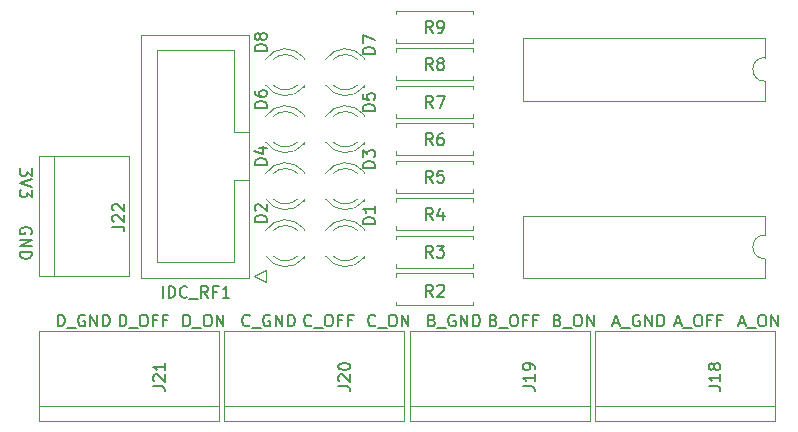
<source format=gbr>
%TF.GenerationSoftware,KiCad,Pcbnew,7.0.6*%
%TF.CreationDate,2023-09-19T17:21:49+08:00*%
%TF.ProjectId,ControlPanel_RF_Breakout,436f6e74-726f-46c5-9061-6e656c5f5246,0*%
%TF.SameCoordinates,Original*%
%TF.FileFunction,Legend,Top*%
%TF.FilePolarity,Positive*%
%FSLAX46Y46*%
G04 Gerber Fmt 4.6, Leading zero omitted, Abs format (unit mm)*
G04 Created by KiCad (PCBNEW 7.0.6) date 2023-09-19 17:21:49*
%MOMM*%
%LPD*%
G01*
G04 APERTURE LIST*
%ADD10C,0.150000*%
%ADD11C,0.120000*%
G04 APERTURE END LIST*
D10*
X53147817Y-28858104D02*
X53624007Y-28858104D01*
X53052579Y-29143819D02*
X53385912Y-28143819D01*
X53385912Y-28143819D02*
X53719245Y-29143819D01*
X53814484Y-29239057D02*
X54576388Y-29239057D01*
X55004960Y-28143819D02*
X55195436Y-28143819D01*
X55195436Y-28143819D02*
X55290674Y-28191438D01*
X55290674Y-28191438D02*
X55385912Y-28286676D01*
X55385912Y-28286676D02*
X55433531Y-28477152D01*
X55433531Y-28477152D02*
X55433531Y-28810485D01*
X55433531Y-28810485D02*
X55385912Y-29000961D01*
X55385912Y-29000961D02*
X55290674Y-29096200D01*
X55290674Y-29096200D02*
X55195436Y-29143819D01*
X55195436Y-29143819D02*
X55004960Y-29143819D01*
X55004960Y-29143819D02*
X54909722Y-29096200D01*
X54909722Y-29096200D02*
X54814484Y-29000961D01*
X54814484Y-29000961D02*
X54766865Y-28810485D01*
X54766865Y-28810485D02*
X54766865Y-28477152D01*
X54766865Y-28477152D02*
X54814484Y-28286676D01*
X54814484Y-28286676D02*
X54909722Y-28191438D01*
X54909722Y-28191438D02*
X55004960Y-28143819D01*
X55862103Y-29143819D02*
X55862103Y-28143819D01*
X55862103Y-28143819D02*
X56433531Y-29143819D01*
X56433531Y-29143819D02*
X56433531Y-28143819D01*
X22347435Y-29048580D02*
X22299816Y-29096200D01*
X22299816Y-29096200D02*
X22156959Y-29143819D01*
X22156959Y-29143819D02*
X22061721Y-29143819D01*
X22061721Y-29143819D02*
X21918864Y-29096200D01*
X21918864Y-29096200D02*
X21823626Y-29000961D01*
X21823626Y-29000961D02*
X21776007Y-28905723D01*
X21776007Y-28905723D02*
X21728388Y-28715247D01*
X21728388Y-28715247D02*
X21728388Y-28572390D01*
X21728388Y-28572390D02*
X21776007Y-28381914D01*
X21776007Y-28381914D02*
X21823626Y-28286676D01*
X21823626Y-28286676D02*
X21918864Y-28191438D01*
X21918864Y-28191438D02*
X22061721Y-28143819D01*
X22061721Y-28143819D02*
X22156959Y-28143819D01*
X22156959Y-28143819D02*
X22299816Y-28191438D01*
X22299816Y-28191438D02*
X22347435Y-28239057D01*
X22537912Y-29239057D02*
X23299816Y-29239057D01*
X23728388Y-28143819D02*
X23918864Y-28143819D01*
X23918864Y-28143819D02*
X24014102Y-28191438D01*
X24014102Y-28191438D02*
X24109340Y-28286676D01*
X24109340Y-28286676D02*
X24156959Y-28477152D01*
X24156959Y-28477152D02*
X24156959Y-28810485D01*
X24156959Y-28810485D02*
X24109340Y-29000961D01*
X24109340Y-29000961D02*
X24014102Y-29096200D01*
X24014102Y-29096200D02*
X23918864Y-29143819D01*
X23918864Y-29143819D02*
X23728388Y-29143819D01*
X23728388Y-29143819D02*
X23633150Y-29096200D01*
X23633150Y-29096200D02*
X23537912Y-29000961D01*
X23537912Y-29000961D02*
X23490293Y-28810485D01*
X23490293Y-28810485D02*
X23490293Y-28477152D01*
X23490293Y-28477152D02*
X23537912Y-28286676D01*
X23537912Y-28286676D02*
X23633150Y-28191438D01*
X23633150Y-28191438D02*
X23728388Y-28143819D01*
X24585531Y-29143819D02*
X24585531Y-28143819D01*
X24585531Y-28143819D02*
X25156959Y-29143819D01*
X25156959Y-29143819D02*
X25156959Y-28143819D01*
X-4529782Y-29143819D02*
X-4529782Y-28143819D01*
X-4529782Y-28143819D02*
X-4291687Y-28143819D01*
X-4291687Y-28143819D02*
X-4148830Y-28191438D01*
X-4148830Y-28191438D02*
X-4053592Y-28286676D01*
X-4053592Y-28286676D02*
X-4005973Y-28381914D01*
X-4005973Y-28381914D02*
X-3958354Y-28572390D01*
X-3958354Y-28572390D02*
X-3958354Y-28715247D01*
X-3958354Y-28715247D02*
X-4005973Y-28905723D01*
X-4005973Y-28905723D02*
X-4053592Y-29000961D01*
X-4053592Y-29000961D02*
X-4148830Y-29096200D01*
X-4148830Y-29096200D02*
X-4291687Y-29143819D01*
X-4291687Y-29143819D02*
X-4529782Y-29143819D01*
X-3767878Y-29239057D02*
X-3005973Y-29239057D01*
X-2244068Y-28191438D02*
X-2339306Y-28143819D01*
X-2339306Y-28143819D02*
X-2482163Y-28143819D01*
X-2482163Y-28143819D02*
X-2625020Y-28191438D01*
X-2625020Y-28191438D02*
X-2720258Y-28286676D01*
X-2720258Y-28286676D02*
X-2767877Y-28381914D01*
X-2767877Y-28381914D02*
X-2815496Y-28572390D01*
X-2815496Y-28572390D02*
X-2815496Y-28715247D01*
X-2815496Y-28715247D02*
X-2767877Y-28905723D01*
X-2767877Y-28905723D02*
X-2720258Y-29000961D01*
X-2720258Y-29000961D02*
X-2625020Y-29096200D01*
X-2625020Y-29096200D02*
X-2482163Y-29143819D01*
X-2482163Y-29143819D02*
X-2386925Y-29143819D01*
X-2386925Y-29143819D02*
X-2244068Y-29096200D01*
X-2244068Y-29096200D02*
X-2196449Y-29048580D01*
X-2196449Y-29048580D02*
X-2196449Y-28715247D01*
X-2196449Y-28715247D02*
X-2386925Y-28715247D01*
X-1767877Y-29143819D02*
X-1767877Y-28143819D01*
X-1767877Y-28143819D02*
X-1196449Y-29143819D01*
X-1196449Y-29143819D02*
X-1196449Y-28143819D01*
X-720258Y-29143819D02*
X-720258Y-28143819D01*
X-720258Y-28143819D02*
X-482163Y-28143819D01*
X-482163Y-28143819D02*
X-339306Y-28191438D01*
X-339306Y-28191438D02*
X-244068Y-28286676D01*
X-244068Y-28286676D02*
X-196449Y-28381914D01*
X-196449Y-28381914D02*
X-148830Y-28572390D01*
X-148830Y-28572390D02*
X-148830Y-28715247D01*
X-148830Y-28715247D02*
X-196449Y-28905723D01*
X-196449Y-28905723D02*
X-244068Y-29000961D01*
X-244068Y-29000961D02*
X-339306Y-29096200D01*
X-339306Y-29096200D02*
X-482163Y-29143819D01*
X-482163Y-29143819D02*
X-720258Y-29143819D01*
X11711245Y-29048580D02*
X11663626Y-29096200D01*
X11663626Y-29096200D02*
X11520769Y-29143819D01*
X11520769Y-29143819D02*
X11425531Y-29143819D01*
X11425531Y-29143819D02*
X11282674Y-29096200D01*
X11282674Y-29096200D02*
X11187436Y-29000961D01*
X11187436Y-29000961D02*
X11139817Y-28905723D01*
X11139817Y-28905723D02*
X11092198Y-28715247D01*
X11092198Y-28715247D02*
X11092198Y-28572390D01*
X11092198Y-28572390D02*
X11139817Y-28381914D01*
X11139817Y-28381914D02*
X11187436Y-28286676D01*
X11187436Y-28286676D02*
X11282674Y-28191438D01*
X11282674Y-28191438D02*
X11425531Y-28143819D01*
X11425531Y-28143819D02*
X11520769Y-28143819D01*
X11520769Y-28143819D02*
X11663626Y-28191438D01*
X11663626Y-28191438D02*
X11711245Y-28239057D01*
X11901722Y-29239057D02*
X12663626Y-29239057D01*
X13425531Y-28191438D02*
X13330293Y-28143819D01*
X13330293Y-28143819D02*
X13187436Y-28143819D01*
X13187436Y-28143819D02*
X13044579Y-28191438D01*
X13044579Y-28191438D02*
X12949341Y-28286676D01*
X12949341Y-28286676D02*
X12901722Y-28381914D01*
X12901722Y-28381914D02*
X12854103Y-28572390D01*
X12854103Y-28572390D02*
X12854103Y-28715247D01*
X12854103Y-28715247D02*
X12901722Y-28905723D01*
X12901722Y-28905723D02*
X12949341Y-29000961D01*
X12949341Y-29000961D02*
X13044579Y-29096200D01*
X13044579Y-29096200D02*
X13187436Y-29143819D01*
X13187436Y-29143819D02*
X13282674Y-29143819D01*
X13282674Y-29143819D02*
X13425531Y-29096200D01*
X13425531Y-29096200D02*
X13473150Y-29048580D01*
X13473150Y-29048580D02*
X13473150Y-28715247D01*
X13473150Y-28715247D02*
X13282674Y-28715247D01*
X13901722Y-29143819D02*
X13901722Y-28143819D01*
X13901722Y-28143819D02*
X14473150Y-29143819D01*
X14473150Y-29143819D02*
X14473150Y-28143819D01*
X14949341Y-29143819D02*
X14949341Y-28143819D01*
X14949341Y-28143819D02*
X15187436Y-28143819D01*
X15187436Y-28143819D02*
X15330293Y-28191438D01*
X15330293Y-28191438D02*
X15425531Y-28286676D01*
X15425531Y-28286676D02*
X15473150Y-28381914D01*
X15473150Y-28381914D02*
X15520769Y-28572390D01*
X15520769Y-28572390D02*
X15520769Y-28715247D01*
X15520769Y-28715247D02*
X15473150Y-28905723D01*
X15473150Y-28905723D02*
X15425531Y-29000961D01*
X15425531Y-29000961D02*
X15330293Y-29096200D01*
X15330293Y-29096200D02*
X15187436Y-29143819D01*
X15187436Y-29143819D02*
X14949341Y-29143819D01*
X693074Y-29143819D02*
X693074Y-28143819D01*
X693074Y-28143819D02*
X931169Y-28143819D01*
X931169Y-28143819D02*
X1074026Y-28191438D01*
X1074026Y-28191438D02*
X1169264Y-28286676D01*
X1169264Y-28286676D02*
X1216883Y-28381914D01*
X1216883Y-28381914D02*
X1264502Y-28572390D01*
X1264502Y-28572390D02*
X1264502Y-28715247D01*
X1264502Y-28715247D02*
X1216883Y-28905723D01*
X1216883Y-28905723D02*
X1169264Y-29000961D01*
X1169264Y-29000961D02*
X1074026Y-29096200D01*
X1074026Y-29096200D02*
X931169Y-29143819D01*
X931169Y-29143819D02*
X693074Y-29143819D01*
X1454979Y-29239057D02*
X2216883Y-29239057D01*
X2645455Y-28143819D02*
X2835931Y-28143819D01*
X2835931Y-28143819D02*
X2931169Y-28191438D01*
X2931169Y-28191438D02*
X3026407Y-28286676D01*
X3026407Y-28286676D02*
X3074026Y-28477152D01*
X3074026Y-28477152D02*
X3074026Y-28810485D01*
X3074026Y-28810485D02*
X3026407Y-29000961D01*
X3026407Y-29000961D02*
X2931169Y-29096200D01*
X2931169Y-29096200D02*
X2835931Y-29143819D01*
X2835931Y-29143819D02*
X2645455Y-29143819D01*
X2645455Y-29143819D02*
X2550217Y-29096200D01*
X2550217Y-29096200D02*
X2454979Y-29000961D01*
X2454979Y-29000961D02*
X2407360Y-28810485D01*
X2407360Y-28810485D02*
X2407360Y-28477152D01*
X2407360Y-28477152D02*
X2454979Y-28286676D01*
X2454979Y-28286676D02*
X2550217Y-28191438D01*
X2550217Y-28191438D02*
X2645455Y-28143819D01*
X3835931Y-28620009D02*
X3502598Y-28620009D01*
X3502598Y-29143819D02*
X3502598Y-28143819D01*
X3502598Y-28143819D02*
X3978788Y-28143819D01*
X4693074Y-28620009D02*
X4359741Y-28620009D01*
X4359741Y-29143819D02*
X4359741Y-28143819D01*
X4359741Y-28143819D02*
X4835931Y-28143819D01*
X42511626Y-28858104D02*
X42987816Y-28858104D01*
X42416388Y-29143819D02*
X42749721Y-28143819D01*
X42749721Y-28143819D02*
X43083054Y-29143819D01*
X43178293Y-29239057D02*
X43940197Y-29239057D01*
X44702102Y-28191438D02*
X44606864Y-28143819D01*
X44606864Y-28143819D02*
X44464007Y-28143819D01*
X44464007Y-28143819D02*
X44321150Y-28191438D01*
X44321150Y-28191438D02*
X44225912Y-28286676D01*
X44225912Y-28286676D02*
X44178293Y-28381914D01*
X44178293Y-28381914D02*
X44130674Y-28572390D01*
X44130674Y-28572390D02*
X44130674Y-28715247D01*
X44130674Y-28715247D02*
X44178293Y-28905723D01*
X44178293Y-28905723D02*
X44225912Y-29000961D01*
X44225912Y-29000961D02*
X44321150Y-29096200D01*
X44321150Y-29096200D02*
X44464007Y-29143819D01*
X44464007Y-29143819D02*
X44559245Y-29143819D01*
X44559245Y-29143819D02*
X44702102Y-29096200D01*
X44702102Y-29096200D02*
X44749721Y-29048580D01*
X44749721Y-29048580D02*
X44749721Y-28715247D01*
X44749721Y-28715247D02*
X44559245Y-28715247D01*
X45178293Y-29143819D02*
X45178293Y-28143819D01*
X45178293Y-28143819D02*
X45749721Y-29143819D01*
X45749721Y-29143819D02*
X45749721Y-28143819D01*
X46225912Y-29143819D02*
X46225912Y-28143819D01*
X46225912Y-28143819D02*
X46464007Y-28143819D01*
X46464007Y-28143819D02*
X46606864Y-28191438D01*
X46606864Y-28191438D02*
X46702102Y-28286676D01*
X46702102Y-28286676D02*
X46749721Y-28381914D01*
X46749721Y-28381914D02*
X46797340Y-28572390D01*
X46797340Y-28572390D02*
X46797340Y-28715247D01*
X46797340Y-28715247D02*
X46749721Y-28905723D01*
X46749721Y-28905723D02*
X46702102Y-29000961D01*
X46702102Y-29000961D02*
X46606864Y-29096200D01*
X46606864Y-29096200D02*
X46464007Y-29143819D01*
X46464007Y-29143819D02*
X46225912Y-29143819D01*
X16934102Y-29048580D02*
X16886483Y-29096200D01*
X16886483Y-29096200D02*
X16743626Y-29143819D01*
X16743626Y-29143819D02*
X16648388Y-29143819D01*
X16648388Y-29143819D02*
X16505531Y-29096200D01*
X16505531Y-29096200D02*
X16410293Y-29000961D01*
X16410293Y-29000961D02*
X16362674Y-28905723D01*
X16362674Y-28905723D02*
X16315055Y-28715247D01*
X16315055Y-28715247D02*
X16315055Y-28572390D01*
X16315055Y-28572390D02*
X16362674Y-28381914D01*
X16362674Y-28381914D02*
X16410293Y-28286676D01*
X16410293Y-28286676D02*
X16505531Y-28191438D01*
X16505531Y-28191438D02*
X16648388Y-28143819D01*
X16648388Y-28143819D02*
X16743626Y-28143819D01*
X16743626Y-28143819D02*
X16886483Y-28191438D01*
X16886483Y-28191438D02*
X16934102Y-28239057D01*
X17124579Y-29239057D02*
X17886483Y-29239057D01*
X18315055Y-28143819D02*
X18505531Y-28143819D01*
X18505531Y-28143819D02*
X18600769Y-28191438D01*
X18600769Y-28191438D02*
X18696007Y-28286676D01*
X18696007Y-28286676D02*
X18743626Y-28477152D01*
X18743626Y-28477152D02*
X18743626Y-28810485D01*
X18743626Y-28810485D02*
X18696007Y-29000961D01*
X18696007Y-29000961D02*
X18600769Y-29096200D01*
X18600769Y-29096200D02*
X18505531Y-29143819D01*
X18505531Y-29143819D02*
X18315055Y-29143819D01*
X18315055Y-29143819D02*
X18219817Y-29096200D01*
X18219817Y-29096200D02*
X18124579Y-29000961D01*
X18124579Y-29000961D02*
X18076960Y-28810485D01*
X18076960Y-28810485D02*
X18076960Y-28477152D01*
X18076960Y-28477152D02*
X18124579Y-28286676D01*
X18124579Y-28286676D02*
X18219817Y-28191438D01*
X18219817Y-28191438D02*
X18315055Y-28143819D01*
X19505531Y-28620009D02*
X19172198Y-28620009D01*
X19172198Y-29143819D02*
X19172198Y-28143819D01*
X19172198Y-28143819D02*
X19648388Y-28143819D01*
X20362674Y-28620009D02*
X20029341Y-28620009D01*
X20029341Y-29143819D02*
X20029341Y-28143819D01*
X20029341Y-28143819D02*
X20505531Y-28143819D01*
X32367807Y-28620009D02*
X32510664Y-28667628D01*
X32510664Y-28667628D02*
X32558283Y-28715247D01*
X32558283Y-28715247D02*
X32605902Y-28810485D01*
X32605902Y-28810485D02*
X32605902Y-28953342D01*
X32605902Y-28953342D02*
X32558283Y-29048580D01*
X32558283Y-29048580D02*
X32510664Y-29096200D01*
X32510664Y-29096200D02*
X32415426Y-29143819D01*
X32415426Y-29143819D02*
X32034474Y-29143819D01*
X32034474Y-29143819D02*
X32034474Y-28143819D01*
X32034474Y-28143819D02*
X32367807Y-28143819D01*
X32367807Y-28143819D02*
X32463045Y-28191438D01*
X32463045Y-28191438D02*
X32510664Y-28239057D01*
X32510664Y-28239057D02*
X32558283Y-28334295D01*
X32558283Y-28334295D02*
X32558283Y-28429533D01*
X32558283Y-28429533D02*
X32510664Y-28524771D01*
X32510664Y-28524771D02*
X32463045Y-28572390D01*
X32463045Y-28572390D02*
X32367807Y-28620009D01*
X32367807Y-28620009D02*
X32034474Y-28620009D01*
X32796379Y-29239057D02*
X33558283Y-29239057D01*
X33986855Y-28143819D02*
X34177331Y-28143819D01*
X34177331Y-28143819D02*
X34272569Y-28191438D01*
X34272569Y-28191438D02*
X34367807Y-28286676D01*
X34367807Y-28286676D02*
X34415426Y-28477152D01*
X34415426Y-28477152D02*
X34415426Y-28810485D01*
X34415426Y-28810485D02*
X34367807Y-29000961D01*
X34367807Y-29000961D02*
X34272569Y-29096200D01*
X34272569Y-29096200D02*
X34177331Y-29143819D01*
X34177331Y-29143819D02*
X33986855Y-29143819D01*
X33986855Y-29143819D02*
X33891617Y-29096200D01*
X33891617Y-29096200D02*
X33796379Y-29000961D01*
X33796379Y-29000961D02*
X33748760Y-28810485D01*
X33748760Y-28810485D02*
X33748760Y-28477152D01*
X33748760Y-28477152D02*
X33796379Y-28286676D01*
X33796379Y-28286676D02*
X33891617Y-28191438D01*
X33891617Y-28191438D02*
X33986855Y-28143819D01*
X35177331Y-28620009D02*
X34843998Y-28620009D01*
X34843998Y-29143819D02*
X34843998Y-28143819D01*
X34843998Y-28143819D02*
X35320188Y-28143819D01*
X36034474Y-28620009D02*
X35701141Y-28620009D01*
X35701141Y-29143819D02*
X35701141Y-28143819D01*
X35701141Y-28143819D02*
X36177331Y-28143819D01*
X47734483Y-28858104D02*
X48210673Y-28858104D01*
X47639245Y-29143819D02*
X47972578Y-28143819D01*
X47972578Y-28143819D02*
X48305911Y-29143819D01*
X48401150Y-29239057D02*
X49163054Y-29239057D01*
X49591626Y-28143819D02*
X49782102Y-28143819D01*
X49782102Y-28143819D02*
X49877340Y-28191438D01*
X49877340Y-28191438D02*
X49972578Y-28286676D01*
X49972578Y-28286676D02*
X50020197Y-28477152D01*
X50020197Y-28477152D02*
X50020197Y-28810485D01*
X50020197Y-28810485D02*
X49972578Y-29000961D01*
X49972578Y-29000961D02*
X49877340Y-29096200D01*
X49877340Y-29096200D02*
X49782102Y-29143819D01*
X49782102Y-29143819D02*
X49591626Y-29143819D01*
X49591626Y-29143819D02*
X49496388Y-29096200D01*
X49496388Y-29096200D02*
X49401150Y-29000961D01*
X49401150Y-29000961D02*
X49353531Y-28810485D01*
X49353531Y-28810485D02*
X49353531Y-28477152D01*
X49353531Y-28477152D02*
X49401150Y-28286676D01*
X49401150Y-28286676D02*
X49496388Y-28191438D01*
X49496388Y-28191438D02*
X49591626Y-28143819D01*
X50782102Y-28620009D02*
X50448769Y-28620009D01*
X50448769Y-29143819D02*
X50448769Y-28143819D01*
X50448769Y-28143819D02*
X50924959Y-28143819D01*
X51639245Y-28620009D02*
X51305912Y-28620009D01*
X51305912Y-29143819D02*
X51305912Y-28143819D01*
X51305912Y-28143819D02*
X51782102Y-28143819D01*
X37781140Y-28620009D02*
X37923997Y-28667628D01*
X37923997Y-28667628D02*
X37971616Y-28715247D01*
X37971616Y-28715247D02*
X38019235Y-28810485D01*
X38019235Y-28810485D02*
X38019235Y-28953342D01*
X38019235Y-28953342D02*
X37971616Y-29048580D01*
X37971616Y-29048580D02*
X37923997Y-29096200D01*
X37923997Y-29096200D02*
X37828759Y-29143819D01*
X37828759Y-29143819D02*
X37447807Y-29143819D01*
X37447807Y-29143819D02*
X37447807Y-28143819D01*
X37447807Y-28143819D02*
X37781140Y-28143819D01*
X37781140Y-28143819D02*
X37876378Y-28191438D01*
X37876378Y-28191438D02*
X37923997Y-28239057D01*
X37923997Y-28239057D02*
X37971616Y-28334295D01*
X37971616Y-28334295D02*
X37971616Y-28429533D01*
X37971616Y-28429533D02*
X37923997Y-28524771D01*
X37923997Y-28524771D02*
X37876378Y-28572390D01*
X37876378Y-28572390D02*
X37781140Y-28620009D01*
X37781140Y-28620009D02*
X37447807Y-28620009D01*
X38209712Y-29239057D02*
X38971616Y-29239057D01*
X39400188Y-28143819D02*
X39590664Y-28143819D01*
X39590664Y-28143819D02*
X39685902Y-28191438D01*
X39685902Y-28191438D02*
X39781140Y-28286676D01*
X39781140Y-28286676D02*
X39828759Y-28477152D01*
X39828759Y-28477152D02*
X39828759Y-28810485D01*
X39828759Y-28810485D02*
X39781140Y-29000961D01*
X39781140Y-29000961D02*
X39685902Y-29096200D01*
X39685902Y-29096200D02*
X39590664Y-29143819D01*
X39590664Y-29143819D02*
X39400188Y-29143819D01*
X39400188Y-29143819D02*
X39304950Y-29096200D01*
X39304950Y-29096200D02*
X39209712Y-29000961D01*
X39209712Y-29000961D02*
X39162093Y-28810485D01*
X39162093Y-28810485D02*
X39162093Y-28477152D01*
X39162093Y-28477152D02*
X39209712Y-28286676D01*
X39209712Y-28286676D02*
X39304950Y-28191438D01*
X39304950Y-28191438D02*
X39400188Y-28143819D01*
X40257331Y-29143819D02*
X40257331Y-28143819D01*
X40257331Y-28143819D02*
X40828759Y-29143819D01*
X40828759Y-29143819D02*
X40828759Y-28143819D01*
X-6743819Y-15753589D02*
X-6743819Y-16372636D01*
X-6743819Y-16372636D02*
X-7124771Y-16039303D01*
X-7124771Y-16039303D02*
X-7124771Y-16182160D01*
X-7124771Y-16182160D02*
X-7172390Y-16277398D01*
X-7172390Y-16277398D02*
X-7220009Y-16325017D01*
X-7220009Y-16325017D02*
X-7315247Y-16372636D01*
X-7315247Y-16372636D02*
X-7553342Y-16372636D01*
X-7553342Y-16372636D02*
X-7648580Y-16325017D01*
X-7648580Y-16325017D02*
X-7696200Y-16277398D01*
X-7696200Y-16277398D02*
X-7743819Y-16182160D01*
X-7743819Y-16182160D02*
X-7743819Y-15896446D01*
X-7743819Y-15896446D02*
X-7696200Y-15801208D01*
X-7696200Y-15801208D02*
X-7648580Y-15753589D01*
X-6743819Y-16658351D02*
X-7743819Y-16991684D01*
X-7743819Y-16991684D02*
X-6743819Y-17325017D01*
X-6743819Y-17563113D02*
X-6743819Y-18182160D01*
X-6743819Y-18182160D02*
X-7124771Y-17848827D01*
X-7124771Y-17848827D02*
X-7124771Y-17991684D01*
X-7124771Y-17991684D02*
X-7172390Y-18086922D01*
X-7172390Y-18086922D02*
X-7220009Y-18134541D01*
X-7220009Y-18134541D02*
X-7315247Y-18182160D01*
X-7315247Y-18182160D02*
X-7553342Y-18182160D01*
X-7553342Y-18182160D02*
X-7648580Y-18134541D01*
X-7648580Y-18134541D02*
X-7696200Y-18086922D01*
X-7696200Y-18086922D02*
X-7743819Y-17991684D01*
X-7743819Y-17991684D02*
X-7743819Y-17705970D01*
X-7743819Y-17705970D02*
X-7696200Y-17610732D01*
X-7696200Y-17610732D02*
X-7648580Y-17563113D01*
X27144950Y-28620009D02*
X27287807Y-28667628D01*
X27287807Y-28667628D02*
X27335426Y-28715247D01*
X27335426Y-28715247D02*
X27383045Y-28810485D01*
X27383045Y-28810485D02*
X27383045Y-28953342D01*
X27383045Y-28953342D02*
X27335426Y-29048580D01*
X27335426Y-29048580D02*
X27287807Y-29096200D01*
X27287807Y-29096200D02*
X27192569Y-29143819D01*
X27192569Y-29143819D02*
X26811617Y-29143819D01*
X26811617Y-29143819D02*
X26811617Y-28143819D01*
X26811617Y-28143819D02*
X27144950Y-28143819D01*
X27144950Y-28143819D02*
X27240188Y-28191438D01*
X27240188Y-28191438D02*
X27287807Y-28239057D01*
X27287807Y-28239057D02*
X27335426Y-28334295D01*
X27335426Y-28334295D02*
X27335426Y-28429533D01*
X27335426Y-28429533D02*
X27287807Y-28524771D01*
X27287807Y-28524771D02*
X27240188Y-28572390D01*
X27240188Y-28572390D02*
X27144950Y-28620009D01*
X27144950Y-28620009D02*
X26811617Y-28620009D01*
X27573522Y-29239057D02*
X28335426Y-29239057D01*
X29097331Y-28191438D02*
X29002093Y-28143819D01*
X29002093Y-28143819D02*
X28859236Y-28143819D01*
X28859236Y-28143819D02*
X28716379Y-28191438D01*
X28716379Y-28191438D02*
X28621141Y-28286676D01*
X28621141Y-28286676D02*
X28573522Y-28381914D01*
X28573522Y-28381914D02*
X28525903Y-28572390D01*
X28525903Y-28572390D02*
X28525903Y-28715247D01*
X28525903Y-28715247D02*
X28573522Y-28905723D01*
X28573522Y-28905723D02*
X28621141Y-29000961D01*
X28621141Y-29000961D02*
X28716379Y-29096200D01*
X28716379Y-29096200D02*
X28859236Y-29143819D01*
X28859236Y-29143819D02*
X28954474Y-29143819D01*
X28954474Y-29143819D02*
X29097331Y-29096200D01*
X29097331Y-29096200D02*
X29144950Y-29048580D01*
X29144950Y-29048580D02*
X29144950Y-28715247D01*
X29144950Y-28715247D02*
X28954474Y-28715247D01*
X29573522Y-29143819D02*
X29573522Y-28143819D01*
X29573522Y-28143819D02*
X30144950Y-29143819D01*
X30144950Y-29143819D02*
X30144950Y-28143819D01*
X30621141Y-29143819D02*
X30621141Y-28143819D01*
X30621141Y-28143819D02*
X30859236Y-28143819D01*
X30859236Y-28143819D02*
X31002093Y-28191438D01*
X31002093Y-28191438D02*
X31097331Y-28286676D01*
X31097331Y-28286676D02*
X31144950Y-28381914D01*
X31144950Y-28381914D02*
X31192569Y-28572390D01*
X31192569Y-28572390D02*
X31192569Y-28715247D01*
X31192569Y-28715247D02*
X31144950Y-28905723D01*
X31144950Y-28905723D02*
X31097331Y-29000961D01*
X31097331Y-29000961D02*
X31002093Y-29096200D01*
X31002093Y-29096200D02*
X30859236Y-29143819D01*
X30859236Y-29143819D02*
X30621141Y-29143819D01*
X-6791438Y-21309779D02*
X-6743819Y-21214541D01*
X-6743819Y-21214541D02*
X-6743819Y-21071684D01*
X-6743819Y-21071684D02*
X-6791438Y-20928827D01*
X-6791438Y-20928827D02*
X-6886676Y-20833589D01*
X-6886676Y-20833589D02*
X-6981914Y-20785970D01*
X-6981914Y-20785970D02*
X-7172390Y-20738351D01*
X-7172390Y-20738351D02*
X-7315247Y-20738351D01*
X-7315247Y-20738351D02*
X-7505723Y-20785970D01*
X-7505723Y-20785970D02*
X-7600961Y-20833589D01*
X-7600961Y-20833589D02*
X-7696200Y-20928827D01*
X-7696200Y-20928827D02*
X-7743819Y-21071684D01*
X-7743819Y-21071684D02*
X-7743819Y-21166922D01*
X-7743819Y-21166922D02*
X-7696200Y-21309779D01*
X-7696200Y-21309779D02*
X-7648580Y-21357398D01*
X-7648580Y-21357398D02*
X-7315247Y-21357398D01*
X-7315247Y-21357398D02*
X-7315247Y-21166922D01*
X-7743819Y-21785970D02*
X-6743819Y-21785970D01*
X-6743819Y-21785970D02*
X-7743819Y-22357398D01*
X-7743819Y-22357398D02*
X-6743819Y-22357398D01*
X-7743819Y-22833589D02*
X-6743819Y-22833589D01*
X-6743819Y-22833589D02*
X-6743819Y-23071684D01*
X-6743819Y-23071684D02*
X-6791438Y-23214541D01*
X-6791438Y-23214541D02*
X-6886676Y-23309779D01*
X-6886676Y-23309779D02*
X-6981914Y-23357398D01*
X-6981914Y-23357398D02*
X-7172390Y-23405017D01*
X-7172390Y-23405017D02*
X-7315247Y-23405017D01*
X-7315247Y-23405017D02*
X-7505723Y-23357398D01*
X-7505723Y-23357398D02*
X-7600961Y-23309779D01*
X-7600961Y-23309779D02*
X-7696200Y-23214541D01*
X-7696200Y-23214541D02*
X-7743819Y-23071684D01*
X-7743819Y-23071684D02*
X-7743819Y-22833589D01*
X6106407Y-29143819D02*
X6106407Y-28143819D01*
X6106407Y-28143819D02*
X6344502Y-28143819D01*
X6344502Y-28143819D02*
X6487359Y-28191438D01*
X6487359Y-28191438D02*
X6582597Y-28286676D01*
X6582597Y-28286676D02*
X6630216Y-28381914D01*
X6630216Y-28381914D02*
X6677835Y-28572390D01*
X6677835Y-28572390D02*
X6677835Y-28715247D01*
X6677835Y-28715247D02*
X6630216Y-28905723D01*
X6630216Y-28905723D02*
X6582597Y-29000961D01*
X6582597Y-29000961D02*
X6487359Y-29096200D01*
X6487359Y-29096200D02*
X6344502Y-29143819D01*
X6344502Y-29143819D02*
X6106407Y-29143819D01*
X6868312Y-29239057D02*
X7630216Y-29239057D01*
X8058788Y-28143819D02*
X8249264Y-28143819D01*
X8249264Y-28143819D02*
X8344502Y-28191438D01*
X8344502Y-28191438D02*
X8439740Y-28286676D01*
X8439740Y-28286676D02*
X8487359Y-28477152D01*
X8487359Y-28477152D02*
X8487359Y-28810485D01*
X8487359Y-28810485D02*
X8439740Y-29000961D01*
X8439740Y-29000961D02*
X8344502Y-29096200D01*
X8344502Y-29096200D02*
X8249264Y-29143819D01*
X8249264Y-29143819D02*
X8058788Y-29143819D01*
X8058788Y-29143819D02*
X7963550Y-29096200D01*
X7963550Y-29096200D02*
X7868312Y-29000961D01*
X7868312Y-29000961D02*
X7820693Y-28810485D01*
X7820693Y-28810485D02*
X7820693Y-28477152D01*
X7820693Y-28477152D02*
X7868312Y-28286676D01*
X7868312Y-28286676D02*
X7963550Y-28191438D01*
X7963550Y-28191438D02*
X8058788Y-28143819D01*
X8915931Y-29143819D02*
X8915931Y-28143819D01*
X8915931Y-28143819D02*
X9487359Y-29143819D01*
X9487359Y-29143819D02*
X9487359Y-28143819D01*
X4377886Y-26717344D02*
X4377886Y-25717344D01*
X4854076Y-26717344D02*
X4854076Y-25717344D01*
X4854076Y-25717344D02*
X5092171Y-25717344D01*
X5092171Y-25717344D02*
X5235028Y-25764963D01*
X5235028Y-25764963D02*
X5330266Y-25860201D01*
X5330266Y-25860201D02*
X5377885Y-25955439D01*
X5377885Y-25955439D02*
X5425504Y-26145915D01*
X5425504Y-26145915D02*
X5425504Y-26288772D01*
X5425504Y-26288772D02*
X5377885Y-26479248D01*
X5377885Y-26479248D02*
X5330266Y-26574486D01*
X5330266Y-26574486D02*
X5235028Y-26669725D01*
X5235028Y-26669725D02*
X5092171Y-26717344D01*
X5092171Y-26717344D02*
X4854076Y-26717344D01*
X6425504Y-26622105D02*
X6377885Y-26669725D01*
X6377885Y-26669725D02*
X6235028Y-26717344D01*
X6235028Y-26717344D02*
X6139790Y-26717344D01*
X6139790Y-26717344D02*
X5996933Y-26669725D01*
X5996933Y-26669725D02*
X5901695Y-26574486D01*
X5901695Y-26574486D02*
X5854076Y-26479248D01*
X5854076Y-26479248D02*
X5806457Y-26288772D01*
X5806457Y-26288772D02*
X5806457Y-26145915D01*
X5806457Y-26145915D02*
X5854076Y-25955439D01*
X5854076Y-25955439D02*
X5901695Y-25860201D01*
X5901695Y-25860201D02*
X5996933Y-25764963D01*
X5996933Y-25764963D02*
X6139790Y-25717344D01*
X6139790Y-25717344D02*
X6235028Y-25717344D01*
X6235028Y-25717344D02*
X6377885Y-25764963D01*
X6377885Y-25764963D02*
X6425504Y-25812582D01*
X6615981Y-26812582D02*
X7377885Y-26812582D01*
X8187409Y-26717344D02*
X7854076Y-26241153D01*
X7615981Y-26717344D02*
X7615981Y-25717344D01*
X7615981Y-25717344D02*
X7996933Y-25717344D01*
X7996933Y-25717344D02*
X8092171Y-25764963D01*
X8092171Y-25764963D02*
X8139790Y-25812582D01*
X8139790Y-25812582D02*
X8187409Y-25907820D01*
X8187409Y-25907820D02*
X8187409Y-26050677D01*
X8187409Y-26050677D02*
X8139790Y-26145915D01*
X8139790Y-26145915D02*
X8092171Y-26193534D01*
X8092171Y-26193534D02*
X7996933Y-26241153D01*
X7996933Y-26241153D02*
X7615981Y-26241153D01*
X8949314Y-26193534D02*
X8615981Y-26193534D01*
X8615981Y-26717344D02*
X8615981Y-25717344D01*
X8615981Y-25717344D02*
X9092171Y-25717344D01*
X9996933Y-26717344D02*
X9425505Y-26717344D01*
X9711219Y-26717344D02*
X9711219Y-25717344D01*
X9711219Y-25717344D02*
X9615981Y-25860201D01*
X9615981Y-25860201D02*
X9520743Y-25955439D01*
X9520743Y-25955439D02*
X9425505Y-26003058D01*
X13154819Y-5818094D02*
X12154819Y-5818094D01*
X12154819Y-5818094D02*
X12154819Y-5579999D01*
X12154819Y-5579999D02*
X12202438Y-5437142D01*
X12202438Y-5437142D02*
X12297676Y-5341904D01*
X12297676Y-5341904D02*
X12392914Y-5294285D01*
X12392914Y-5294285D02*
X12583390Y-5246666D01*
X12583390Y-5246666D02*
X12726247Y-5246666D01*
X12726247Y-5246666D02*
X12916723Y-5294285D01*
X12916723Y-5294285D02*
X13011961Y-5341904D01*
X13011961Y-5341904D02*
X13107200Y-5437142D01*
X13107200Y-5437142D02*
X13154819Y-5579999D01*
X13154819Y-5579999D02*
X13154819Y-5818094D01*
X12583390Y-4675237D02*
X12535771Y-4770475D01*
X12535771Y-4770475D02*
X12488152Y-4818094D01*
X12488152Y-4818094D02*
X12392914Y-4865713D01*
X12392914Y-4865713D02*
X12345295Y-4865713D01*
X12345295Y-4865713D02*
X12250057Y-4818094D01*
X12250057Y-4818094D02*
X12202438Y-4770475D01*
X12202438Y-4770475D02*
X12154819Y-4675237D01*
X12154819Y-4675237D02*
X12154819Y-4484761D01*
X12154819Y-4484761D02*
X12202438Y-4389523D01*
X12202438Y-4389523D02*
X12250057Y-4341904D01*
X12250057Y-4341904D02*
X12345295Y-4294285D01*
X12345295Y-4294285D02*
X12392914Y-4294285D01*
X12392914Y-4294285D02*
X12488152Y-4341904D01*
X12488152Y-4341904D02*
X12535771Y-4389523D01*
X12535771Y-4389523D02*
X12583390Y-4484761D01*
X12583390Y-4484761D02*
X12583390Y-4675237D01*
X12583390Y-4675237D02*
X12631009Y-4770475D01*
X12631009Y-4770475D02*
X12678628Y-4818094D01*
X12678628Y-4818094D02*
X12773866Y-4865713D01*
X12773866Y-4865713D02*
X12964342Y-4865713D01*
X12964342Y-4865713D02*
X13059580Y-4818094D01*
X13059580Y-4818094D02*
X13107200Y-4770475D01*
X13107200Y-4770475D02*
X13154819Y-4675237D01*
X13154819Y-4675237D02*
X13154819Y-4484761D01*
X13154819Y-4484761D02*
X13107200Y-4389523D01*
X13107200Y-4389523D02*
X13059580Y-4341904D01*
X13059580Y-4341904D02*
X12964342Y-4294285D01*
X12964342Y-4294285D02*
X12773866Y-4294285D01*
X12773866Y-4294285D02*
X12678628Y-4341904D01*
X12678628Y-4341904D02*
X12631009Y-4389523D01*
X12631009Y-4389523D02*
X12583390Y-4484761D01*
X22298819Y-6072094D02*
X21298819Y-6072094D01*
X21298819Y-6072094D02*
X21298819Y-5833999D01*
X21298819Y-5833999D02*
X21346438Y-5691142D01*
X21346438Y-5691142D02*
X21441676Y-5595904D01*
X21441676Y-5595904D02*
X21536914Y-5548285D01*
X21536914Y-5548285D02*
X21727390Y-5500666D01*
X21727390Y-5500666D02*
X21870247Y-5500666D01*
X21870247Y-5500666D02*
X22060723Y-5548285D01*
X22060723Y-5548285D02*
X22155961Y-5595904D01*
X22155961Y-5595904D02*
X22251200Y-5691142D01*
X22251200Y-5691142D02*
X22298819Y-5833999D01*
X22298819Y-5833999D02*
X22298819Y-6072094D01*
X21298819Y-5167332D02*
X21298819Y-4500666D01*
X21298819Y-4500666D02*
X22298819Y-4929237D01*
X13154819Y-10644094D02*
X12154819Y-10644094D01*
X12154819Y-10644094D02*
X12154819Y-10405999D01*
X12154819Y-10405999D02*
X12202438Y-10263142D01*
X12202438Y-10263142D02*
X12297676Y-10167904D01*
X12297676Y-10167904D02*
X12392914Y-10120285D01*
X12392914Y-10120285D02*
X12583390Y-10072666D01*
X12583390Y-10072666D02*
X12726247Y-10072666D01*
X12726247Y-10072666D02*
X12916723Y-10120285D01*
X12916723Y-10120285D02*
X13011961Y-10167904D01*
X13011961Y-10167904D02*
X13107200Y-10263142D01*
X13107200Y-10263142D02*
X13154819Y-10405999D01*
X13154819Y-10405999D02*
X13154819Y-10644094D01*
X12154819Y-9215523D02*
X12154819Y-9405999D01*
X12154819Y-9405999D02*
X12202438Y-9501237D01*
X12202438Y-9501237D02*
X12250057Y-9548856D01*
X12250057Y-9548856D02*
X12392914Y-9644094D01*
X12392914Y-9644094D02*
X12583390Y-9691713D01*
X12583390Y-9691713D02*
X12964342Y-9691713D01*
X12964342Y-9691713D02*
X13059580Y-9644094D01*
X13059580Y-9644094D02*
X13107200Y-9596475D01*
X13107200Y-9596475D02*
X13154819Y-9501237D01*
X13154819Y-9501237D02*
X13154819Y-9310761D01*
X13154819Y-9310761D02*
X13107200Y-9215523D01*
X13107200Y-9215523D02*
X13059580Y-9167904D01*
X13059580Y-9167904D02*
X12964342Y-9120285D01*
X12964342Y-9120285D02*
X12726247Y-9120285D01*
X12726247Y-9120285D02*
X12631009Y-9167904D01*
X12631009Y-9167904D02*
X12583390Y-9215523D01*
X12583390Y-9215523D02*
X12535771Y-9310761D01*
X12535771Y-9310761D02*
X12535771Y-9501237D01*
X12535771Y-9501237D02*
X12583390Y-9596475D01*
X12583390Y-9596475D02*
X12631009Y-9644094D01*
X12631009Y-9644094D02*
X12726247Y-9691713D01*
X22298819Y-10898094D02*
X21298819Y-10898094D01*
X21298819Y-10898094D02*
X21298819Y-10659999D01*
X21298819Y-10659999D02*
X21346438Y-10517142D01*
X21346438Y-10517142D02*
X21441676Y-10421904D01*
X21441676Y-10421904D02*
X21536914Y-10374285D01*
X21536914Y-10374285D02*
X21727390Y-10326666D01*
X21727390Y-10326666D02*
X21870247Y-10326666D01*
X21870247Y-10326666D02*
X22060723Y-10374285D01*
X22060723Y-10374285D02*
X22155961Y-10421904D01*
X22155961Y-10421904D02*
X22251200Y-10517142D01*
X22251200Y-10517142D02*
X22298819Y-10659999D01*
X22298819Y-10659999D02*
X22298819Y-10898094D01*
X21298819Y-9421904D02*
X21298819Y-9898094D01*
X21298819Y-9898094D02*
X21775009Y-9945713D01*
X21775009Y-9945713D02*
X21727390Y-9898094D01*
X21727390Y-9898094D02*
X21679771Y-9802856D01*
X21679771Y-9802856D02*
X21679771Y-9564761D01*
X21679771Y-9564761D02*
X21727390Y-9469523D01*
X21727390Y-9469523D02*
X21775009Y-9421904D01*
X21775009Y-9421904D02*
X21870247Y-9374285D01*
X21870247Y-9374285D02*
X22108342Y-9374285D01*
X22108342Y-9374285D02*
X22203580Y-9421904D01*
X22203580Y-9421904D02*
X22251200Y-9469523D01*
X22251200Y-9469523D02*
X22298819Y-9564761D01*
X22298819Y-9564761D02*
X22298819Y-9802856D01*
X22298819Y-9802856D02*
X22251200Y-9898094D01*
X22251200Y-9898094D02*
X22203580Y-9945713D01*
X13159819Y-15470094D02*
X12159819Y-15470094D01*
X12159819Y-15470094D02*
X12159819Y-15231999D01*
X12159819Y-15231999D02*
X12207438Y-15089142D01*
X12207438Y-15089142D02*
X12302676Y-14993904D01*
X12302676Y-14993904D02*
X12397914Y-14946285D01*
X12397914Y-14946285D02*
X12588390Y-14898666D01*
X12588390Y-14898666D02*
X12731247Y-14898666D01*
X12731247Y-14898666D02*
X12921723Y-14946285D01*
X12921723Y-14946285D02*
X13016961Y-14993904D01*
X13016961Y-14993904D02*
X13112200Y-15089142D01*
X13112200Y-15089142D02*
X13159819Y-15231999D01*
X13159819Y-15231999D02*
X13159819Y-15470094D01*
X12493152Y-14041523D02*
X13159819Y-14041523D01*
X12112200Y-14279618D02*
X12826485Y-14517713D01*
X12826485Y-14517713D02*
X12826485Y-13898666D01*
X22303819Y-15724094D02*
X21303819Y-15724094D01*
X21303819Y-15724094D02*
X21303819Y-15485999D01*
X21303819Y-15485999D02*
X21351438Y-15343142D01*
X21351438Y-15343142D02*
X21446676Y-15247904D01*
X21446676Y-15247904D02*
X21541914Y-15200285D01*
X21541914Y-15200285D02*
X21732390Y-15152666D01*
X21732390Y-15152666D02*
X21875247Y-15152666D01*
X21875247Y-15152666D02*
X22065723Y-15200285D01*
X22065723Y-15200285D02*
X22160961Y-15247904D01*
X22160961Y-15247904D02*
X22256200Y-15343142D01*
X22256200Y-15343142D02*
X22303819Y-15485999D01*
X22303819Y-15485999D02*
X22303819Y-15724094D01*
X21303819Y-14819332D02*
X21303819Y-14200285D01*
X21303819Y-14200285D02*
X21684771Y-14533618D01*
X21684771Y-14533618D02*
X21684771Y-14390761D01*
X21684771Y-14390761D02*
X21732390Y-14295523D01*
X21732390Y-14295523D02*
X21780009Y-14247904D01*
X21780009Y-14247904D02*
X21875247Y-14200285D01*
X21875247Y-14200285D02*
X22113342Y-14200285D01*
X22113342Y-14200285D02*
X22208580Y-14247904D01*
X22208580Y-14247904D02*
X22256200Y-14295523D01*
X22256200Y-14295523D02*
X22303819Y-14390761D01*
X22303819Y-14390761D02*
X22303819Y-14676475D01*
X22303819Y-14676475D02*
X22256200Y-14771713D01*
X22256200Y-14771713D02*
X22208580Y-14819332D01*
X13154819Y-20296094D02*
X12154819Y-20296094D01*
X12154819Y-20296094D02*
X12154819Y-20057999D01*
X12154819Y-20057999D02*
X12202438Y-19915142D01*
X12202438Y-19915142D02*
X12297676Y-19819904D01*
X12297676Y-19819904D02*
X12392914Y-19772285D01*
X12392914Y-19772285D02*
X12583390Y-19724666D01*
X12583390Y-19724666D02*
X12726247Y-19724666D01*
X12726247Y-19724666D02*
X12916723Y-19772285D01*
X12916723Y-19772285D02*
X13011961Y-19819904D01*
X13011961Y-19819904D02*
X13107200Y-19915142D01*
X13107200Y-19915142D02*
X13154819Y-20057999D01*
X13154819Y-20057999D02*
X13154819Y-20296094D01*
X12250057Y-19343713D02*
X12202438Y-19296094D01*
X12202438Y-19296094D02*
X12154819Y-19200856D01*
X12154819Y-19200856D02*
X12154819Y-18962761D01*
X12154819Y-18962761D02*
X12202438Y-18867523D01*
X12202438Y-18867523D02*
X12250057Y-18819904D01*
X12250057Y-18819904D02*
X12345295Y-18772285D01*
X12345295Y-18772285D02*
X12440533Y-18772285D01*
X12440533Y-18772285D02*
X12583390Y-18819904D01*
X12583390Y-18819904D02*
X13154819Y-19391332D01*
X13154819Y-19391332D02*
X13154819Y-18772285D01*
X22303819Y-20460444D02*
X21303819Y-20460444D01*
X21303819Y-20460444D02*
X21303819Y-20222349D01*
X21303819Y-20222349D02*
X21351438Y-20079492D01*
X21351438Y-20079492D02*
X21446676Y-19984254D01*
X21446676Y-19984254D02*
X21541914Y-19936635D01*
X21541914Y-19936635D02*
X21732390Y-19889016D01*
X21732390Y-19889016D02*
X21875247Y-19889016D01*
X21875247Y-19889016D02*
X22065723Y-19936635D01*
X22065723Y-19936635D02*
X22160961Y-19984254D01*
X22160961Y-19984254D02*
X22256200Y-20079492D01*
X22256200Y-20079492D02*
X22303819Y-20222349D01*
X22303819Y-20222349D02*
X22303819Y-20460444D01*
X22303819Y-18936635D02*
X22303819Y-19508063D01*
X22303819Y-19222349D02*
X21303819Y-19222349D01*
X21303819Y-19222349D02*
X21446676Y-19317587D01*
X21446676Y-19317587D02*
X21541914Y-19412825D01*
X21541914Y-19412825D02*
X21589533Y-19508063D01*
X27214533Y-4264819D02*
X26881200Y-3788628D01*
X26643105Y-4264819D02*
X26643105Y-3264819D01*
X26643105Y-3264819D02*
X27024057Y-3264819D01*
X27024057Y-3264819D02*
X27119295Y-3312438D01*
X27119295Y-3312438D02*
X27166914Y-3360057D01*
X27166914Y-3360057D02*
X27214533Y-3455295D01*
X27214533Y-3455295D02*
X27214533Y-3598152D01*
X27214533Y-3598152D02*
X27166914Y-3693390D01*
X27166914Y-3693390D02*
X27119295Y-3741009D01*
X27119295Y-3741009D02*
X27024057Y-3788628D01*
X27024057Y-3788628D02*
X26643105Y-3788628D01*
X27690724Y-4264819D02*
X27881200Y-4264819D01*
X27881200Y-4264819D02*
X27976438Y-4217200D01*
X27976438Y-4217200D02*
X28024057Y-4169580D01*
X28024057Y-4169580D02*
X28119295Y-4026723D01*
X28119295Y-4026723D02*
X28166914Y-3836247D01*
X28166914Y-3836247D02*
X28166914Y-3455295D01*
X28166914Y-3455295D02*
X28119295Y-3360057D01*
X28119295Y-3360057D02*
X28071676Y-3312438D01*
X28071676Y-3312438D02*
X27976438Y-3264819D01*
X27976438Y-3264819D02*
X27785962Y-3264819D01*
X27785962Y-3264819D02*
X27690724Y-3312438D01*
X27690724Y-3312438D02*
X27643105Y-3360057D01*
X27643105Y-3360057D02*
X27595486Y-3455295D01*
X27595486Y-3455295D02*
X27595486Y-3693390D01*
X27595486Y-3693390D02*
X27643105Y-3788628D01*
X27643105Y-3788628D02*
X27690724Y-3836247D01*
X27690724Y-3836247D02*
X27785962Y-3883866D01*
X27785962Y-3883866D02*
X27976438Y-3883866D01*
X27976438Y-3883866D02*
X28071676Y-3836247D01*
X28071676Y-3836247D02*
X28119295Y-3788628D01*
X28119295Y-3788628D02*
X28166914Y-3693390D01*
X27214533Y-7439819D02*
X26881200Y-6963628D01*
X26643105Y-7439819D02*
X26643105Y-6439819D01*
X26643105Y-6439819D02*
X27024057Y-6439819D01*
X27024057Y-6439819D02*
X27119295Y-6487438D01*
X27119295Y-6487438D02*
X27166914Y-6535057D01*
X27166914Y-6535057D02*
X27214533Y-6630295D01*
X27214533Y-6630295D02*
X27214533Y-6773152D01*
X27214533Y-6773152D02*
X27166914Y-6868390D01*
X27166914Y-6868390D02*
X27119295Y-6916009D01*
X27119295Y-6916009D02*
X27024057Y-6963628D01*
X27024057Y-6963628D02*
X26643105Y-6963628D01*
X27785962Y-6868390D02*
X27690724Y-6820771D01*
X27690724Y-6820771D02*
X27643105Y-6773152D01*
X27643105Y-6773152D02*
X27595486Y-6677914D01*
X27595486Y-6677914D02*
X27595486Y-6630295D01*
X27595486Y-6630295D02*
X27643105Y-6535057D01*
X27643105Y-6535057D02*
X27690724Y-6487438D01*
X27690724Y-6487438D02*
X27785962Y-6439819D01*
X27785962Y-6439819D02*
X27976438Y-6439819D01*
X27976438Y-6439819D02*
X28071676Y-6487438D01*
X28071676Y-6487438D02*
X28119295Y-6535057D01*
X28119295Y-6535057D02*
X28166914Y-6630295D01*
X28166914Y-6630295D02*
X28166914Y-6677914D01*
X28166914Y-6677914D02*
X28119295Y-6773152D01*
X28119295Y-6773152D02*
X28071676Y-6820771D01*
X28071676Y-6820771D02*
X27976438Y-6868390D01*
X27976438Y-6868390D02*
X27785962Y-6868390D01*
X27785962Y-6868390D02*
X27690724Y-6916009D01*
X27690724Y-6916009D02*
X27643105Y-6963628D01*
X27643105Y-6963628D02*
X27595486Y-7058866D01*
X27595486Y-7058866D02*
X27595486Y-7249342D01*
X27595486Y-7249342D02*
X27643105Y-7344580D01*
X27643105Y-7344580D02*
X27690724Y-7392200D01*
X27690724Y-7392200D02*
X27785962Y-7439819D01*
X27785962Y-7439819D02*
X27976438Y-7439819D01*
X27976438Y-7439819D02*
X28071676Y-7392200D01*
X28071676Y-7392200D02*
X28119295Y-7344580D01*
X28119295Y-7344580D02*
X28166914Y-7249342D01*
X28166914Y-7249342D02*
X28166914Y-7058866D01*
X28166914Y-7058866D02*
X28119295Y-6963628D01*
X28119295Y-6963628D02*
X28071676Y-6916009D01*
X28071676Y-6916009D02*
X27976438Y-6868390D01*
X27214533Y-10614819D02*
X26881200Y-10138628D01*
X26643105Y-10614819D02*
X26643105Y-9614819D01*
X26643105Y-9614819D02*
X27024057Y-9614819D01*
X27024057Y-9614819D02*
X27119295Y-9662438D01*
X27119295Y-9662438D02*
X27166914Y-9710057D01*
X27166914Y-9710057D02*
X27214533Y-9805295D01*
X27214533Y-9805295D02*
X27214533Y-9948152D01*
X27214533Y-9948152D02*
X27166914Y-10043390D01*
X27166914Y-10043390D02*
X27119295Y-10091009D01*
X27119295Y-10091009D02*
X27024057Y-10138628D01*
X27024057Y-10138628D02*
X26643105Y-10138628D01*
X27547867Y-9614819D02*
X28214533Y-9614819D01*
X28214533Y-9614819D02*
X27785962Y-10614819D01*
X27214533Y-13789819D02*
X26881200Y-13313628D01*
X26643105Y-13789819D02*
X26643105Y-12789819D01*
X26643105Y-12789819D02*
X27024057Y-12789819D01*
X27024057Y-12789819D02*
X27119295Y-12837438D01*
X27119295Y-12837438D02*
X27166914Y-12885057D01*
X27166914Y-12885057D02*
X27214533Y-12980295D01*
X27214533Y-12980295D02*
X27214533Y-13123152D01*
X27214533Y-13123152D02*
X27166914Y-13218390D01*
X27166914Y-13218390D02*
X27119295Y-13266009D01*
X27119295Y-13266009D02*
X27024057Y-13313628D01*
X27024057Y-13313628D02*
X26643105Y-13313628D01*
X28071676Y-12789819D02*
X27881200Y-12789819D01*
X27881200Y-12789819D02*
X27785962Y-12837438D01*
X27785962Y-12837438D02*
X27738343Y-12885057D01*
X27738343Y-12885057D02*
X27643105Y-13027914D01*
X27643105Y-13027914D02*
X27595486Y-13218390D01*
X27595486Y-13218390D02*
X27595486Y-13599342D01*
X27595486Y-13599342D02*
X27643105Y-13694580D01*
X27643105Y-13694580D02*
X27690724Y-13742200D01*
X27690724Y-13742200D02*
X27785962Y-13789819D01*
X27785962Y-13789819D02*
X27976438Y-13789819D01*
X27976438Y-13789819D02*
X28071676Y-13742200D01*
X28071676Y-13742200D02*
X28119295Y-13694580D01*
X28119295Y-13694580D02*
X28166914Y-13599342D01*
X28166914Y-13599342D02*
X28166914Y-13361247D01*
X28166914Y-13361247D02*
X28119295Y-13266009D01*
X28119295Y-13266009D02*
X28071676Y-13218390D01*
X28071676Y-13218390D02*
X27976438Y-13170771D01*
X27976438Y-13170771D02*
X27785962Y-13170771D01*
X27785962Y-13170771D02*
X27690724Y-13218390D01*
X27690724Y-13218390D02*
X27643105Y-13266009D01*
X27643105Y-13266009D02*
X27595486Y-13361247D01*
X27214533Y-16964819D02*
X26881200Y-16488628D01*
X26643105Y-16964819D02*
X26643105Y-15964819D01*
X26643105Y-15964819D02*
X27024057Y-15964819D01*
X27024057Y-15964819D02*
X27119295Y-16012438D01*
X27119295Y-16012438D02*
X27166914Y-16060057D01*
X27166914Y-16060057D02*
X27214533Y-16155295D01*
X27214533Y-16155295D02*
X27214533Y-16298152D01*
X27214533Y-16298152D02*
X27166914Y-16393390D01*
X27166914Y-16393390D02*
X27119295Y-16441009D01*
X27119295Y-16441009D02*
X27024057Y-16488628D01*
X27024057Y-16488628D02*
X26643105Y-16488628D01*
X28119295Y-15964819D02*
X27643105Y-15964819D01*
X27643105Y-15964819D02*
X27595486Y-16441009D01*
X27595486Y-16441009D02*
X27643105Y-16393390D01*
X27643105Y-16393390D02*
X27738343Y-16345771D01*
X27738343Y-16345771D02*
X27976438Y-16345771D01*
X27976438Y-16345771D02*
X28071676Y-16393390D01*
X28071676Y-16393390D02*
X28119295Y-16441009D01*
X28119295Y-16441009D02*
X28166914Y-16536247D01*
X28166914Y-16536247D02*
X28166914Y-16774342D01*
X28166914Y-16774342D02*
X28119295Y-16869580D01*
X28119295Y-16869580D02*
X28071676Y-16917200D01*
X28071676Y-16917200D02*
X27976438Y-16964819D01*
X27976438Y-16964819D02*
X27738343Y-16964819D01*
X27738343Y-16964819D02*
X27643105Y-16917200D01*
X27643105Y-16917200D02*
X27595486Y-16869580D01*
X27214533Y-20139819D02*
X26881200Y-19663628D01*
X26643105Y-20139819D02*
X26643105Y-19139819D01*
X26643105Y-19139819D02*
X27024057Y-19139819D01*
X27024057Y-19139819D02*
X27119295Y-19187438D01*
X27119295Y-19187438D02*
X27166914Y-19235057D01*
X27166914Y-19235057D02*
X27214533Y-19330295D01*
X27214533Y-19330295D02*
X27214533Y-19473152D01*
X27214533Y-19473152D02*
X27166914Y-19568390D01*
X27166914Y-19568390D02*
X27119295Y-19616009D01*
X27119295Y-19616009D02*
X27024057Y-19663628D01*
X27024057Y-19663628D02*
X26643105Y-19663628D01*
X28071676Y-19473152D02*
X28071676Y-20139819D01*
X27833581Y-19092200D02*
X27595486Y-19806485D01*
X27595486Y-19806485D02*
X28214533Y-19806485D01*
X27214533Y-23314819D02*
X26881200Y-22838628D01*
X26643105Y-23314819D02*
X26643105Y-22314819D01*
X26643105Y-22314819D02*
X27024057Y-22314819D01*
X27024057Y-22314819D02*
X27119295Y-22362438D01*
X27119295Y-22362438D02*
X27166914Y-22410057D01*
X27166914Y-22410057D02*
X27214533Y-22505295D01*
X27214533Y-22505295D02*
X27214533Y-22648152D01*
X27214533Y-22648152D02*
X27166914Y-22743390D01*
X27166914Y-22743390D02*
X27119295Y-22791009D01*
X27119295Y-22791009D02*
X27024057Y-22838628D01*
X27024057Y-22838628D02*
X26643105Y-22838628D01*
X27547867Y-22314819D02*
X28166914Y-22314819D01*
X28166914Y-22314819D02*
X27833581Y-22695771D01*
X27833581Y-22695771D02*
X27976438Y-22695771D01*
X27976438Y-22695771D02*
X28071676Y-22743390D01*
X28071676Y-22743390D02*
X28119295Y-22791009D01*
X28119295Y-22791009D02*
X28166914Y-22886247D01*
X28166914Y-22886247D02*
X28166914Y-23124342D01*
X28166914Y-23124342D02*
X28119295Y-23219580D01*
X28119295Y-23219580D02*
X28071676Y-23267200D01*
X28071676Y-23267200D02*
X27976438Y-23314819D01*
X27976438Y-23314819D02*
X27690724Y-23314819D01*
X27690724Y-23314819D02*
X27595486Y-23267200D01*
X27595486Y-23267200D02*
X27547867Y-23219580D01*
X27219933Y-26616819D02*
X26886600Y-26140628D01*
X26648505Y-26616819D02*
X26648505Y-25616819D01*
X26648505Y-25616819D02*
X27029457Y-25616819D01*
X27029457Y-25616819D02*
X27124695Y-25664438D01*
X27124695Y-25664438D02*
X27172314Y-25712057D01*
X27172314Y-25712057D02*
X27219933Y-25807295D01*
X27219933Y-25807295D02*
X27219933Y-25950152D01*
X27219933Y-25950152D02*
X27172314Y-26045390D01*
X27172314Y-26045390D02*
X27124695Y-26093009D01*
X27124695Y-26093009D02*
X27029457Y-26140628D01*
X27029457Y-26140628D02*
X26648505Y-26140628D01*
X27600886Y-25712057D02*
X27648505Y-25664438D01*
X27648505Y-25664438D02*
X27743743Y-25616819D01*
X27743743Y-25616819D02*
X27981838Y-25616819D01*
X27981838Y-25616819D02*
X28077076Y-25664438D01*
X28077076Y-25664438D02*
X28124695Y-25712057D01*
X28124695Y-25712057D02*
X28172314Y-25807295D01*
X28172314Y-25807295D02*
X28172314Y-25902533D01*
X28172314Y-25902533D02*
X28124695Y-26045390D01*
X28124695Y-26045390D02*
X27553267Y-26616819D01*
X27553267Y-26616819D02*
X28172314Y-26616819D01*
X50559619Y-34211523D02*
X51273904Y-34211523D01*
X51273904Y-34211523D02*
X51416761Y-34259142D01*
X51416761Y-34259142D02*
X51512000Y-34354380D01*
X51512000Y-34354380D02*
X51559619Y-34497237D01*
X51559619Y-34497237D02*
X51559619Y-34592475D01*
X51559619Y-33211523D02*
X51559619Y-33782951D01*
X51559619Y-33497237D02*
X50559619Y-33497237D01*
X50559619Y-33497237D02*
X50702476Y-33592475D01*
X50702476Y-33592475D02*
X50797714Y-33687713D01*
X50797714Y-33687713D02*
X50845333Y-33782951D01*
X50988190Y-32640094D02*
X50940571Y-32735332D01*
X50940571Y-32735332D02*
X50892952Y-32782951D01*
X50892952Y-32782951D02*
X50797714Y-32830570D01*
X50797714Y-32830570D02*
X50750095Y-32830570D01*
X50750095Y-32830570D02*
X50654857Y-32782951D01*
X50654857Y-32782951D02*
X50607238Y-32735332D01*
X50607238Y-32735332D02*
X50559619Y-32640094D01*
X50559619Y-32640094D02*
X50559619Y-32449618D01*
X50559619Y-32449618D02*
X50607238Y-32354380D01*
X50607238Y-32354380D02*
X50654857Y-32306761D01*
X50654857Y-32306761D02*
X50750095Y-32259142D01*
X50750095Y-32259142D02*
X50797714Y-32259142D01*
X50797714Y-32259142D02*
X50892952Y-32306761D01*
X50892952Y-32306761D02*
X50940571Y-32354380D01*
X50940571Y-32354380D02*
X50988190Y-32449618D01*
X50988190Y-32449618D02*
X50988190Y-32640094D01*
X50988190Y-32640094D02*
X51035809Y-32735332D01*
X51035809Y-32735332D02*
X51083428Y-32782951D01*
X51083428Y-32782951D02*
X51178666Y-32830570D01*
X51178666Y-32830570D02*
X51369142Y-32830570D01*
X51369142Y-32830570D02*
X51464380Y-32782951D01*
X51464380Y-32782951D02*
X51512000Y-32735332D01*
X51512000Y-32735332D02*
X51559619Y-32640094D01*
X51559619Y-32640094D02*
X51559619Y-32449618D01*
X51559619Y-32449618D02*
X51512000Y-32354380D01*
X51512000Y-32354380D02*
X51464380Y-32306761D01*
X51464380Y-32306761D02*
X51369142Y-32259142D01*
X51369142Y-32259142D02*
X51178666Y-32259142D01*
X51178666Y-32259142D02*
X51083428Y-32306761D01*
X51083428Y-32306761D02*
X51035809Y-32354380D01*
X51035809Y-32354380D02*
X50988190Y-32449618D01*
X87619Y-20689923D02*
X801904Y-20689923D01*
X801904Y-20689923D02*
X944761Y-20737542D01*
X944761Y-20737542D02*
X1040000Y-20832780D01*
X1040000Y-20832780D02*
X1087619Y-20975637D01*
X1087619Y-20975637D02*
X1087619Y-21070875D01*
X182857Y-20261351D02*
X135238Y-20213732D01*
X135238Y-20213732D02*
X87619Y-20118494D01*
X87619Y-20118494D02*
X87619Y-19880399D01*
X87619Y-19880399D02*
X135238Y-19785161D01*
X135238Y-19785161D02*
X182857Y-19737542D01*
X182857Y-19737542D02*
X278095Y-19689923D01*
X278095Y-19689923D02*
X373333Y-19689923D01*
X373333Y-19689923D02*
X516190Y-19737542D01*
X516190Y-19737542D02*
X1087619Y-20308970D01*
X1087619Y-20308970D02*
X1087619Y-19689923D01*
X182857Y-19308970D02*
X135238Y-19261351D01*
X135238Y-19261351D02*
X87619Y-19166113D01*
X87619Y-19166113D02*
X87619Y-18928018D01*
X87619Y-18928018D02*
X135238Y-18832780D01*
X135238Y-18832780D02*
X182857Y-18785161D01*
X182857Y-18785161D02*
X278095Y-18737542D01*
X278095Y-18737542D02*
X373333Y-18737542D01*
X373333Y-18737542D02*
X516190Y-18785161D01*
X516190Y-18785161D02*
X1087619Y-19356589D01*
X1087619Y-19356589D02*
X1087619Y-18737542D01*
X3542019Y-34211523D02*
X4256304Y-34211523D01*
X4256304Y-34211523D02*
X4399161Y-34259142D01*
X4399161Y-34259142D02*
X4494400Y-34354380D01*
X4494400Y-34354380D02*
X4542019Y-34497237D01*
X4542019Y-34497237D02*
X4542019Y-34592475D01*
X3637257Y-33782951D02*
X3589638Y-33735332D01*
X3589638Y-33735332D02*
X3542019Y-33640094D01*
X3542019Y-33640094D02*
X3542019Y-33401999D01*
X3542019Y-33401999D02*
X3589638Y-33306761D01*
X3589638Y-33306761D02*
X3637257Y-33259142D01*
X3637257Y-33259142D02*
X3732495Y-33211523D01*
X3732495Y-33211523D02*
X3827733Y-33211523D01*
X3827733Y-33211523D02*
X3970590Y-33259142D01*
X3970590Y-33259142D02*
X4542019Y-33830570D01*
X4542019Y-33830570D02*
X4542019Y-33211523D01*
X4542019Y-32259142D02*
X4542019Y-32830570D01*
X4542019Y-32544856D02*
X3542019Y-32544856D01*
X3542019Y-32544856D02*
X3684876Y-32640094D01*
X3684876Y-32640094D02*
X3780114Y-32735332D01*
X3780114Y-32735332D02*
X3827733Y-32830570D01*
X19211619Y-34211523D02*
X19925904Y-34211523D01*
X19925904Y-34211523D02*
X20068761Y-34259142D01*
X20068761Y-34259142D02*
X20164000Y-34354380D01*
X20164000Y-34354380D02*
X20211619Y-34497237D01*
X20211619Y-34497237D02*
X20211619Y-34592475D01*
X19306857Y-33782951D02*
X19259238Y-33735332D01*
X19259238Y-33735332D02*
X19211619Y-33640094D01*
X19211619Y-33640094D02*
X19211619Y-33401999D01*
X19211619Y-33401999D02*
X19259238Y-33306761D01*
X19259238Y-33306761D02*
X19306857Y-33259142D01*
X19306857Y-33259142D02*
X19402095Y-33211523D01*
X19402095Y-33211523D02*
X19497333Y-33211523D01*
X19497333Y-33211523D02*
X19640190Y-33259142D01*
X19640190Y-33259142D02*
X20211619Y-33830570D01*
X20211619Y-33830570D02*
X20211619Y-33211523D01*
X19211619Y-32592475D02*
X19211619Y-32497237D01*
X19211619Y-32497237D02*
X19259238Y-32401999D01*
X19259238Y-32401999D02*
X19306857Y-32354380D01*
X19306857Y-32354380D02*
X19402095Y-32306761D01*
X19402095Y-32306761D02*
X19592571Y-32259142D01*
X19592571Y-32259142D02*
X19830666Y-32259142D01*
X19830666Y-32259142D02*
X20021142Y-32306761D01*
X20021142Y-32306761D02*
X20116380Y-32354380D01*
X20116380Y-32354380D02*
X20164000Y-32401999D01*
X20164000Y-32401999D02*
X20211619Y-32497237D01*
X20211619Y-32497237D02*
X20211619Y-32592475D01*
X20211619Y-32592475D02*
X20164000Y-32687713D01*
X20164000Y-32687713D02*
X20116380Y-32735332D01*
X20116380Y-32735332D02*
X20021142Y-32782951D01*
X20021142Y-32782951D02*
X19830666Y-32830570D01*
X19830666Y-32830570D02*
X19592571Y-32830570D01*
X19592571Y-32830570D02*
X19402095Y-32782951D01*
X19402095Y-32782951D02*
X19306857Y-32735332D01*
X19306857Y-32735332D02*
X19259238Y-32687713D01*
X19259238Y-32687713D02*
X19211619Y-32592475D01*
X34834819Y-34211523D02*
X35549104Y-34211523D01*
X35549104Y-34211523D02*
X35691961Y-34259142D01*
X35691961Y-34259142D02*
X35787200Y-34354380D01*
X35787200Y-34354380D02*
X35834819Y-34497237D01*
X35834819Y-34497237D02*
X35834819Y-34592475D01*
X35834819Y-33211523D02*
X35834819Y-33782951D01*
X35834819Y-33497237D02*
X34834819Y-33497237D01*
X34834819Y-33497237D02*
X34977676Y-33592475D01*
X34977676Y-33592475D02*
X35072914Y-33687713D01*
X35072914Y-33687713D02*
X35120533Y-33782951D01*
X35834819Y-32735332D02*
X35834819Y-32544856D01*
X35834819Y-32544856D02*
X35787200Y-32449618D01*
X35787200Y-32449618D02*
X35739580Y-32401999D01*
X35739580Y-32401999D02*
X35596723Y-32306761D01*
X35596723Y-32306761D02*
X35406247Y-32259142D01*
X35406247Y-32259142D02*
X35025295Y-32259142D01*
X35025295Y-32259142D02*
X34930057Y-32306761D01*
X34930057Y-32306761D02*
X34882438Y-32354380D01*
X34882438Y-32354380D02*
X34834819Y-32449618D01*
X34834819Y-32449618D02*
X34834819Y-32640094D01*
X34834819Y-32640094D02*
X34882438Y-32735332D01*
X34882438Y-32735332D02*
X34930057Y-32782951D01*
X34930057Y-32782951D02*
X35025295Y-32830570D01*
X35025295Y-32830570D02*
X35263390Y-32830570D01*
X35263390Y-32830570D02*
X35358628Y-32782951D01*
X35358628Y-32782951D02*
X35406247Y-32735332D01*
X35406247Y-32735332D02*
X35453866Y-32640094D01*
X35453866Y-32640094D02*
X35453866Y-32449618D01*
X35453866Y-32449618D02*
X35406247Y-32354380D01*
X35406247Y-32354380D02*
X35358628Y-32306761D01*
X35358628Y-32306761D02*
X35263390Y-32259142D01*
D11*
%TO.C,IDC_RF1*%
X2552000Y-4442000D02*
X11672000Y-4442000D01*
X2552000Y-25022000D02*
X2552000Y-4442000D01*
X3862000Y-5742000D02*
X10362000Y-5742000D01*
X3862000Y-23722000D02*
X3862000Y-5742000D01*
X10362000Y-5742000D02*
X10362000Y-12682000D01*
X10362000Y-12682000D02*
X10362000Y-12682000D01*
X10362000Y-12682000D02*
X11672000Y-12682000D01*
X10362000Y-16782000D02*
X10362000Y-23722000D01*
X10362000Y-23722000D02*
X3862000Y-23722000D01*
X11672000Y-4442000D02*
X11672000Y-25022000D01*
X11672000Y-16782000D02*
X10362000Y-16782000D01*
X11672000Y-25022000D02*
X2552000Y-25022000D01*
X12062000Y-24892000D02*
X13062000Y-25392000D01*
X13062000Y-24392000D02*
X12062000Y-24892000D01*
X13062000Y-25392000D02*
X13062000Y-24392000D01*
%TO.C,D8*%
X13059666Y-8698608D02*
G75*
G03*
X16291999Y-8855515I1672334J1078608D01*
G01*
X15772960Y-6540001D02*
G75*
G03*
X13690871Y-6540164I-1040960J-1079999D01*
G01*
X16291999Y-6384485D02*
G75*
G03*
X13059666Y-6541392I-1559999J-1235515D01*
G01*
X13690871Y-8699836D02*
G75*
G03*
X15772960Y-8699999I1041129J1079836D01*
G01*
X16292000Y-6540000D02*
X16292000Y-6384000D01*
X16292000Y-8856000D02*
X16292000Y-8700000D01*
%TO.C,D7*%
X18139666Y-8698608D02*
G75*
G03*
X21371999Y-8855515I1672334J1078608D01*
G01*
X20852960Y-6540001D02*
G75*
G03*
X18770871Y-6540164I-1040960J-1079999D01*
G01*
X21371999Y-6384485D02*
G75*
G03*
X18139666Y-6541392I-1559999J-1235515D01*
G01*
X18770871Y-8699836D02*
G75*
G03*
X20852960Y-8699999I1041129J1079836D01*
G01*
X21372000Y-6540000D02*
X21372000Y-6384000D01*
X21372000Y-8856000D02*
X21372000Y-8700000D01*
%TO.C,D6*%
X13059666Y-13524608D02*
G75*
G03*
X16291999Y-13681515I1672334J1078608D01*
G01*
X15772960Y-11366001D02*
G75*
G03*
X13690871Y-11366164I-1040960J-1079999D01*
G01*
X16291999Y-11210485D02*
G75*
G03*
X13059666Y-11367392I-1559999J-1235515D01*
G01*
X13690871Y-13525836D02*
G75*
G03*
X15772960Y-13525999I1041129J1079836D01*
G01*
X16292000Y-11366000D02*
X16292000Y-11210000D01*
X16292000Y-13682000D02*
X16292000Y-13526000D01*
%TO.C,D5*%
X18139666Y-13524608D02*
G75*
G03*
X21371999Y-13681515I1672334J1078608D01*
G01*
X20852960Y-11366001D02*
G75*
G03*
X18770871Y-11366164I-1040960J-1079999D01*
G01*
X21371999Y-11210485D02*
G75*
G03*
X18139666Y-11367392I-1559999J-1235515D01*
G01*
X18770871Y-13525836D02*
G75*
G03*
X20852960Y-13525999I1041129J1079836D01*
G01*
X21372000Y-11366000D02*
X21372000Y-11210000D01*
X21372000Y-13682000D02*
X21372000Y-13526000D01*
%TO.C,D4*%
X13064666Y-18350608D02*
G75*
G03*
X16296999Y-18507515I1672334J1078608D01*
G01*
X15777960Y-16192001D02*
G75*
G03*
X13695871Y-16192164I-1040960J-1079999D01*
G01*
X16296999Y-16036485D02*
G75*
G03*
X13064666Y-16193392I-1559999J-1235515D01*
G01*
X13695871Y-18351836D02*
G75*
G03*
X15777960Y-18351999I1041129J1079836D01*
G01*
X16297000Y-16192000D02*
X16297000Y-16036000D01*
X16297000Y-18508000D02*
X16297000Y-18352000D01*
%TO.C,D3*%
X18139666Y-18350608D02*
G75*
G03*
X21371999Y-18507515I1672334J1078608D01*
G01*
X20852960Y-16192001D02*
G75*
G03*
X18770871Y-16192164I-1040960J-1079999D01*
G01*
X21371999Y-16036485D02*
G75*
G03*
X18139666Y-16193392I-1559999J-1235515D01*
G01*
X18770871Y-18351836D02*
G75*
G03*
X20852960Y-18351999I1041129J1079836D01*
G01*
X21372000Y-16192000D02*
X21372000Y-16036000D01*
X21372000Y-18508000D02*
X21372000Y-18352000D01*
%TO.C,D2*%
X13064666Y-23176608D02*
G75*
G03*
X16296999Y-23333515I1672334J1078608D01*
G01*
X15777960Y-21018001D02*
G75*
G03*
X13695871Y-21018164I-1040960J-1079999D01*
G01*
X16296999Y-20862485D02*
G75*
G03*
X13064666Y-21019392I-1559999J-1235515D01*
G01*
X13695871Y-23177836D02*
G75*
G03*
X15777960Y-23177999I1041129J1079836D01*
G01*
X16297000Y-21018000D02*
X16297000Y-20862000D01*
X16297000Y-23334000D02*
X16297000Y-23178000D01*
%TO.C,D1*%
X18139666Y-23176608D02*
G75*
G03*
X21371999Y-23333515I1672334J1078608D01*
G01*
X20852960Y-21018001D02*
G75*
G03*
X18770871Y-21018164I-1040960J-1079999D01*
G01*
X21371999Y-20862485D02*
G75*
G03*
X18139666Y-21019392I-1559999J-1235515D01*
G01*
X18770871Y-23177836D02*
G75*
G03*
X20852960Y-23177999I1041129J1079836D01*
G01*
X21372000Y-21018000D02*
X21372000Y-20862000D01*
X21372000Y-23334000D02*
X21372000Y-23178000D01*
%TO.C,R9*%
X24111200Y-2394000D02*
X24111200Y-2724000D01*
X30651200Y-5134000D02*
X24111200Y-5134000D01*
X30651200Y-2394000D02*
X24111200Y-2394000D01*
X30651200Y-2724000D02*
X30651200Y-2394000D01*
X30651200Y-4804000D02*
X30651200Y-5134000D01*
X24111200Y-5134000D02*
X24111200Y-4804000D01*
%TO.C,R8*%
X24111200Y-8309000D02*
X24111200Y-7979000D01*
X30651200Y-7979000D02*
X30651200Y-8309000D01*
X30651200Y-5899000D02*
X30651200Y-5569000D01*
X30651200Y-5569000D02*
X24111200Y-5569000D01*
X30651200Y-8309000D02*
X24111200Y-8309000D01*
X24111200Y-5569000D02*
X24111200Y-5899000D01*
%TO.C,R7*%
X24111200Y-11484000D02*
X24111200Y-11154000D01*
X30651200Y-11154000D02*
X30651200Y-11484000D01*
X30651200Y-9074000D02*
X30651200Y-8744000D01*
X30651200Y-8744000D02*
X24111200Y-8744000D01*
X30651200Y-11484000D02*
X24111200Y-11484000D01*
X24111200Y-8744000D02*
X24111200Y-9074000D01*
%TO.C,R6*%
X24111200Y-14659000D02*
X24111200Y-14329000D01*
X30651200Y-14329000D02*
X30651200Y-14659000D01*
X30651200Y-12249000D02*
X30651200Y-11919000D01*
X30651200Y-11919000D02*
X24111200Y-11919000D01*
X30651200Y-14659000D02*
X24111200Y-14659000D01*
X24111200Y-11919000D02*
X24111200Y-12249000D01*
%TO.C,R5*%
X24111200Y-17834000D02*
X24111200Y-17504000D01*
X30651200Y-17504000D02*
X30651200Y-17834000D01*
X30651200Y-15424000D02*
X30651200Y-15094000D01*
X30651200Y-15094000D02*
X24111200Y-15094000D01*
X30651200Y-17834000D02*
X24111200Y-17834000D01*
X24111200Y-15094000D02*
X24111200Y-15424000D01*
%TO.C,R4*%
X24111200Y-21009000D02*
X24111200Y-20679000D01*
X30651200Y-20679000D02*
X30651200Y-21009000D01*
X30651200Y-18599000D02*
X30651200Y-18269000D01*
X30651200Y-18269000D02*
X24111200Y-18269000D01*
X30651200Y-21009000D02*
X24111200Y-21009000D01*
X24111200Y-18269000D02*
X24111200Y-18599000D01*
%TO.C,R3*%
X24111200Y-24184000D02*
X24111200Y-23854000D01*
X30651200Y-23854000D02*
X30651200Y-24184000D01*
X30651200Y-21774000D02*
X30651200Y-21444000D01*
X30651200Y-21444000D02*
X24111200Y-21444000D01*
X30651200Y-24184000D02*
X24111200Y-24184000D01*
X24111200Y-21444000D02*
X24111200Y-21774000D01*
%TO.C,R2*%
X24116600Y-27367650D02*
X24116600Y-27037650D01*
X30656600Y-27037650D02*
X30656600Y-27367650D01*
X30656600Y-24957650D02*
X30656600Y-24627650D01*
X30656600Y-24627650D02*
X24116600Y-24627650D01*
X30656600Y-27367650D02*
X24116600Y-27367650D01*
X24116600Y-24627650D02*
X24116600Y-24957650D01*
%TO.C,U2*%
X55311200Y-21407650D02*
G75*
G03*
X55311200Y-23407650I0J-1000000D01*
G01*
X34871200Y-25057650D02*
X55311200Y-25057650D01*
X55311200Y-25057650D02*
X55311200Y-23407650D01*
X55311200Y-21407650D02*
X55311200Y-19757650D01*
X34871200Y-19757650D02*
X34871200Y-25057650D01*
X55311200Y-19757650D02*
X34871200Y-19757650D01*
%TO.C,J18*%
X56161600Y-37148000D02*
X56161600Y-29528000D01*
X40921600Y-37148000D02*
X56161600Y-37148000D01*
X40921600Y-37148000D02*
X40921600Y-29528000D01*
X40921600Y-35878000D02*
X56161600Y-35878000D01*
X40921600Y-29528000D02*
X56161600Y-29528000D01*
%TO.C,J22*%
X1534000Y-14732000D02*
X-6086000Y-14732000D01*
X-6086000Y-14732000D02*
X-6086000Y-24892000D01*
X1534000Y-24892000D02*
X1534000Y-14732000D01*
X-4816000Y-24892000D02*
X-4816000Y-14732000D01*
X-6086000Y-24892000D02*
X1534000Y-24892000D01*
%TO.C,J21*%
X9144000Y-37148000D02*
X9144000Y-29528000D01*
X-6096000Y-37148000D02*
X9144000Y-37148000D01*
X-6096000Y-37148000D02*
X-6096000Y-29528000D01*
X-6096000Y-35878000D02*
X9144000Y-35878000D01*
X-6096000Y-29528000D02*
X9144000Y-29528000D01*
%TO.C,U3*%
X55311200Y-4726000D02*
X34871200Y-4726000D01*
X34871200Y-4726000D02*
X34871200Y-10026000D01*
X55311200Y-6376000D02*
X55311200Y-4726000D01*
X55311200Y-10026000D02*
X55311200Y-8376000D01*
X34871200Y-10026000D02*
X55311200Y-10026000D01*
X55311200Y-6376000D02*
G75*
G03*
X55311200Y-8376000I0J-1000000D01*
G01*
%TO.C,J20*%
X24813600Y-37148000D02*
X24813600Y-29528000D01*
X9573600Y-37148000D02*
X24813600Y-37148000D01*
X9573600Y-37148000D02*
X9573600Y-29528000D01*
X9573600Y-35878000D02*
X24813600Y-35878000D01*
X9573600Y-29528000D02*
X24813600Y-29528000D01*
%TO.C,J19*%
X40485400Y-37148000D02*
X40485400Y-29528000D01*
X25245400Y-37148000D02*
X40485400Y-37148000D01*
X25245400Y-37148000D02*
X25245400Y-29528000D01*
X25245400Y-35878000D02*
X40485400Y-35878000D01*
X25245400Y-29528000D02*
X40485400Y-29528000D01*
%TD*%
M02*

</source>
